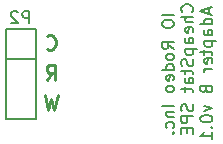
<source format=gbo>
G04 (created by PCBNEW-RS274X (2012-apr-16-27)-stable) date Sat 13 Sep 2014 10:18:44 AM PDT*
G01*
G70*
G90*
%MOIN*%
G04 Gerber Fmt 3.4, Leading zero omitted, Abs format*
%FSLAX34Y34*%
G04 APERTURE LIST*
%ADD10C,0.006000*%
%ADD11C,0.010000*%
%ADD12C,0.008000*%
G04 APERTURE END LIST*
G54D10*
G54D11*
X42845Y-45202D02*
X43012Y-44964D01*
X43131Y-45202D02*
X43131Y-44702D01*
X42940Y-44702D01*
X42893Y-44726D01*
X42869Y-44750D01*
X42845Y-44798D01*
X42845Y-44869D01*
X42869Y-44917D01*
X42893Y-44940D01*
X42940Y-44964D01*
X43131Y-44964D01*
G54D12*
X47091Y-43029D02*
X46691Y-43029D01*
X46691Y-43295D02*
X46691Y-43372D01*
X46710Y-43410D01*
X46748Y-43448D01*
X46824Y-43467D01*
X46958Y-43467D01*
X47034Y-43448D01*
X47072Y-43410D01*
X47091Y-43372D01*
X47091Y-43295D01*
X47072Y-43257D01*
X47034Y-43219D01*
X46958Y-43200D01*
X46824Y-43200D01*
X46748Y-43219D01*
X46710Y-43257D01*
X46691Y-43295D01*
X47091Y-44172D02*
X46900Y-44038D01*
X47091Y-43943D02*
X46691Y-43943D01*
X46691Y-44096D01*
X46710Y-44134D01*
X46729Y-44153D01*
X46767Y-44172D01*
X46824Y-44172D01*
X46862Y-44153D01*
X46881Y-44134D01*
X46900Y-44096D01*
X46900Y-43943D01*
X47091Y-44400D02*
X47072Y-44362D01*
X47053Y-44343D01*
X47015Y-44324D01*
X46900Y-44324D01*
X46862Y-44343D01*
X46843Y-44362D01*
X46824Y-44400D01*
X46824Y-44458D01*
X46843Y-44496D01*
X46862Y-44515D01*
X46900Y-44534D01*
X47015Y-44534D01*
X47053Y-44515D01*
X47072Y-44496D01*
X47091Y-44458D01*
X47091Y-44400D01*
X47091Y-44877D02*
X46691Y-44877D01*
X47072Y-44877D02*
X47091Y-44839D01*
X47091Y-44762D01*
X47072Y-44724D01*
X47053Y-44705D01*
X47015Y-44686D01*
X46900Y-44686D01*
X46862Y-44705D01*
X46843Y-44724D01*
X46824Y-44762D01*
X46824Y-44839D01*
X46843Y-44877D01*
X47072Y-45220D02*
X47091Y-45182D01*
X47091Y-45105D01*
X47072Y-45067D01*
X47034Y-45048D01*
X46881Y-45048D01*
X46843Y-45067D01*
X46824Y-45105D01*
X46824Y-45182D01*
X46843Y-45220D01*
X46881Y-45239D01*
X46919Y-45239D01*
X46958Y-45048D01*
X47091Y-45467D02*
X47072Y-45429D01*
X47053Y-45410D01*
X47015Y-45391D01*
X46900Y-45391D01*
X46862Y-45410D01*
X46843Y-45429D01*
X46824Y-45467D01*
X46824Y-45525D01*
X46843Y-45563D01*
X46862Y-45582D01*
X46900Y-45601D01*
X47015Y-45601D01*
X47053Y-45582D01*
X47072Y-45563D01*
X47091Y-45525D01*
X47091Y-45467D01*
X47091Y-46077D02*
X46691Y-46077D01*
X46824Y-46267D02*
X47091Y-46267D01*
X46862Y-46267D02*
X46843Y-46286D01*
X46824Y-46324D01*
X46824Y-46382D01*
X46843Y-46420D01*
X46881Y-46439D01*
X47091Y-46439D01*
X47072Y-46801D02*
X47091Y-46763D01*
X47091Y-46686D01*
X47072Y-46648D01*
X47053Y-46629D01*
X47015Y-46610D01*
X46900Y-46610D01*
X46862Y-46629D01*
X46843Y-46648D01*
X46824Y-46686D01*
X46824Y-46763D01*
X46843Y-46801D01*
X47053Y-46972D02*
X47072Y-46991D01*
X47091Y-46972D01*
X47072Y-46953D01*
X47053Y-46972D01*
X47091Y-46972D01*
X47693Y-42933D02*
X47712Y-42914D01*
X47731Y-42857D01*
X47731Y-42819D01*
X47712Y-42761D01*
X47674Y-42723D01*
X47636Y-42704D01*
X47559Y-42685D01*
X47502Y-42685D01*
X47426Y-42704D01*
X47388Y-42723D01*
X47350Y-42761D01*
X47331Y-42819D01*
X47331Y-42857D01*
X47350Y-42914D01*
X47369Y-42933D01*
X47731Y-43104D02*
X47331Y-43104D01*
X47731Y-43276D02*
X47521Y-43276D01*
X47483Y-43257D01*
X47464Y-43219D01*
X47464Y-43161D01*
X47483Y-43123D01*
X47502Y-43104D01*
X47712Y-43619D02*
X47731Y-43581D01*
X47731Y-43504D01*
X47712Y-43466D01*
X47674Y-43447D01*
X47521Y-43447D01*
X47483Y-43466D01*
X47464Y-43504D01*
X47464Y-43581D01*
X47483Y-43619D01*
X47521Y-43638D01*
X47559Y-43638D01*
X47598Y-43447D01*
X47731Y-43981D02*
X47521Y-43981D01*
X47483Y-43962D01*
X47464Y-43924D01*
X47464Y-43847D01*
X47483Y-43809D01*
X47712Y-43981D02*
X47731Y-43943D01*
X47731Y-43847D01*
X47712Y-43809D01*
X47674Y-43790D01*
X47636Y-43790D01*
X47598Y-43809D01*
X47579Y-43847D01*
X47579Y-43943D01*
X47559Y-43981D01*
X47464Y-44171D02*
X47864Y-44171D01*
X47483Y-44171D02*
X47464Y-44209D01*
X47464Y-44286D01*
X47483Y-44324D01*
X47502Y-44343D01*
X47540Y-44362D01*
X47655Y-44362D01*
X47693Y-44343D01*
X47712Y-44324D01*
X47731Y-44286D01*
X47731Y-44209D01*
X47712Y-44171D01*
X47712Y-44514D02*
X47731Y-44571D01*
X47731Y-44667D01*
X47712Y-44705D01*
X47693Y-44724D01*
X47655Y-44743D01*
X47617Y-44743D01*
X47579Y-44724D01*
X47559Y-44705D01*
X47540Y-44667D01*
X47521Y-44590D01*
X47502Y-44552D01*
X47483Y-44533D01*
X47445Y-44514D01*
X47407Y-44514D01*
X47369Y-44533D01*
X47350Y-44552D01*
X47331Y-44590D01*
X47331Y-44686D01*
X47350Y-44743D01*
X47464Y-44857D02*
X47464Y-45009D01*
X47331Y-44914D02*
X47674Y-44914D01*
X47712Y-44933D01*
X47731Y-44971D01*
X47731Y-45009D01*
X47731Y-45315D02*
X47521Y-45315D01*
X47483Y-45296D01*
X47464Y-45258D01*
X47464Y-45181D01*
X47483Y-45143D01*
X47712Y-45315D02*
X47731Y-45277D01*
X47731Y-45181D01*
X47712Y-45143D01*
X47674Y-45124D01*
X47636Y-45124D01*
X47598Y-45143D01*
X47579Y-45181D01*
X47579Y-45277D01*
X47559Y-45315D01*
X47464Y-45448D02*
X47464Y-45600D01*
X47331Y-45505D02*
X47674Y-45505D01*
X47712Y-45524D01*
X47731Y-45562D01*
X47731Y-45600D01*
X47712Y-46020D02*
X47731Y-46077D01*
X47731Y-46173D01*
X47712Y-46211D01*
X47693Y-46230D01*
X47655Y-46249D01*
X47617Y-46249D01*
X47579Y-46230D01*
X47559Y-46211D01*
X47540Y-46173D01*
X47521Y-46096D01*
X47502Y-46058D01*
X47483Y-46039D01*
X47445Y-46020D01*
X47407Y-46020D01*
X47369Y-46039D01*
X47350Y-46058D01*
X47331Y-46096D01*
X47331Y-46192D01*
X47350Y-46249D01*
X47731Y-46420D02*
X47331Y-46420D01*
X47331Y-46573D01*
X47350Y-46611D01*
X47369Y-46630D01*
X47407Y-46649D01*
X47464Y-46649D01*
X47502Y-46630D01*
X47521Y-46611D01*
X47540Y-46573D01*
X47540Y-46420D01*
X47521Y-46820D02*
X47521Y-46954D01*
X47731Y-47011D02*
X47731Y-46820D01*
X47331Y-46820D01*
X47331Y-47011D01*
X48257Y-42818D02*
X48257Y-43009D01*
X48371Y-42780D02*
X47971Y-42913D01*
X48371Y-43047D01*
X48371Y-43352D02*
X47971Y-43352D01*
X48352Y-43352D02*
X48371Y-43314D01*
X48371Y-43237D01*
X48352Y-43199D01*
X48333Y-43180D01*
X48295Y-43161D01*
X48180Y-43161D01*
X48142Y-43180D01*
X48123Y-43199D01*
X48104Y-43237D01*
X48104Y-43314D01*
X48123Y-43352D01*
X48371Y-43714D02*
X48161Y-43714D01*
X48123Y-43695D01*
X48104Y-43657D01*
X48104Y-43580D01*
X48123Y-43542D01*
X48352Y-43714D02*
X48371Y-43676D01*
X48371Y-43580D01*
X48352Y-43542D01*
X48314Y-43523D01*
X48276Y-43523D01*
X48238Y-43542D01*
X48219Y-43580D01*
X48219Y-43676D01*
X48199Y-43714D01*
X48104Y-43904D02*
X48504Y-43904D01*
X48123Y-43904D02*
X48104Y-43942D01*
X48104Y-44019D01*
X48123Y-44057D01*
X48142Y-44076D01*
X48180Y-44095D01*
X48295Y-44095D01*
X48333Y-44076D01*
X48352Y-44057D01*
X48371Y-44019D01*
X48371Y-43942D01*
X48352Y-43904D01*
X48104Y-44209D02*
X48104Y-44361D01*
X47971Y-44266D02*
X48314Y-44266D01*
X48352Y-44285D01*
X48371Y-44323D01*
X48371Y-44361D01*
X48352Y-44648D02*
X48371Y-44610D01*
X48371Y-44533D01*
X48352Y-44495D01*
X48314Y-44476D01*
X48161Y-44476D01*
X48123Y-44495D01*
X48104Y-44533D01*
X48104Y-44610D01*
X48123Y-44648D01*
X48161Y-44667D01*
X48199Y-44667D01*
X48238Y-44476D01*
X48371Y-44838D02*
X48104Y-44838D01*
X48180Y-44838D02*
X48142Y-44857D01*
X48123Y-44876D01*
X48104Y-44914D01*
X48104Y-44953D01*
X48161Y-45525D02*
X48180Y-45582D01*
X48199Y-45601D01*
X48238Y-45620D01*
X48295Y-45620D01*
X48333Y-45601D01*
X48352Y-45582D01*
X48371Y-45544D01*
X48371Y-45391D01*
X47971Y-45391D01*
X47971Y-45525D01*
X47990Y-45563D01*
X48009Y-45582D01*
X48047Y-45601D01*
X48085Y-45601D01*
X48123Y-45582D01*
X48142Y-45563D01*
X48161Y-45525D01*
X48161Y-45391D01*
X48104Y-46058D02*
X48371Y-46153D01*
X48104Y-46249D01*
X47971Y-46477D02*
X47971Y-46516D01*
X47990Y-46554D01*
X48009Y-46573D01*
X48047Y-46592D01*
X48123Y-46611D01*
X48219Y-46611D01*
X48295Y-46592D01*
X48333Y-46573D01*
X48352Y-46554D01*
X48371Y-46516D01*
X48371Y-46477D01*
X48352Y-46439D01*
X48333Y-46420D01*
X48295Y-46401D01*
X48219Y-46382D01*
X48123Y-46382D01*
X48047Y-46401D01*
X48009Y-46420D01*
X47990Y-46439D01*
X47971Y-46477D01*
X48333Y-46782D02*
X48352Y-46801D01*
X48371Y-46782D01*
X48352Y-46763D01*
X48333Y-46782D01*
X48371Y-46782D01*
X48371Y-47182D02*
X48371Y-46953D01*
X48371Y-47067D02*
X47971Y-47067D01*
X48028Y-47029D01*
X48066Y-46991D01*
X48085Y-46953D01*
G54D11*
X42786Y-45702D02*
X42905Y-46202D01*
X43001Y-45845D01*
X43096Y-46202D01*
X43215Y-45702D01*
X42845Y-44155D02*
X42869Y-44179D01*
X42940Y-44202D01*
X42988Y-44202D01*
X43060Y-44179D01*
X43107Y-44131D01*
X43131Y-44083D01*
X43155Y-43988D01*
X43155Y-43917D01*
X43131Y-43821D01*
X43107Y-43774D01*
X43060Y-43726D01*
X42988Y-43702D01*
X42940Y-43702D01*
X42869Y-43726D01*
X42845Y-43750D01*
G54D10*
X42500Y-43500D02*
X41500Y-43500D01*
X41500Y-43500D02*
X41500Y-46500D01*
X41500Y-46500D02*
X42500Y-46500D01*
X42500Y-46500D02*
X42500Y-43500D01*
X41500Y-44500D02*
X42500Y-44500D01*
X42264Y-43312D02*
X42264Y-42912D01*
X42111Y-42912D01*
X42073Y-42931D01*
X42054Y-42950D01*
X42035Y-42988D01*
X42035Y-43045D01*
X42054Y-43083D01*
X42073Y-43102D01*
X42111Y-43121D01*
X42264Y-43121D01*
X41883Y-42950D02*
X41864Y-42931D01*
X41826Y-42912D01*
X41730Y-42912D01*
X41692Y-42931D01*
X41673Y-42950D01*
X41654Y-42988D01*
X41654Y-43026D01*
X41673Y-43083D01*
X41902Y-43312D01*
X41654Y-43312D01*
M02*

</source>
